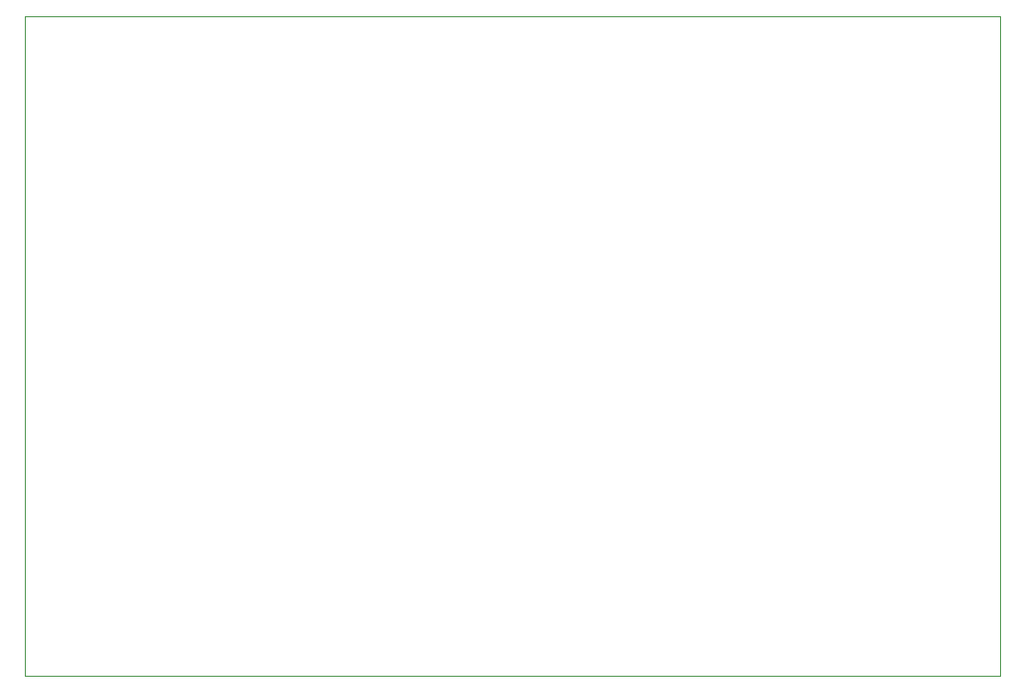
<source format=gbr>
%TF.GenerationSoftware,KiCad,Pcbnew,(6.0.4)*%
%TF.CreationDate,2022-04-22T12:19:17+05:30*%
%TF.ProjectId,esp32 switch,65737033-3220-4737-9769-7463682e6b69,rev?*%
%TF.SameCoordinates,Original*%
%TF.FileFunction,Profile,NP*%
%FSLAX46Y46*%
G04 Gerber Fmt 4.6, Leading zero omitted, Abs format (unit mm)*
G04 Created by KiCad (PCBNEW (6.0.4)) date 2022-04-22 12:19:17*
%MOMM*%
%LPD*%
G01*
G04 APERTURE LIST*
%TA.AperFunction,Profile*%
%ADD10C,0.050000*%
%TD*%
G04 APERTURE END LIST*
D10*
X88900000Y-50800000D02*
X175260000Y-50800000D01*
X175260000Y-50800000D02*
X175260000Y-109220000D01*
X175260000Y-109220000D02*
X88900000Y-109220000D01*
X88900000Y-109220000D02*
X88900000Y-50800000D01*
M02*

</source>
